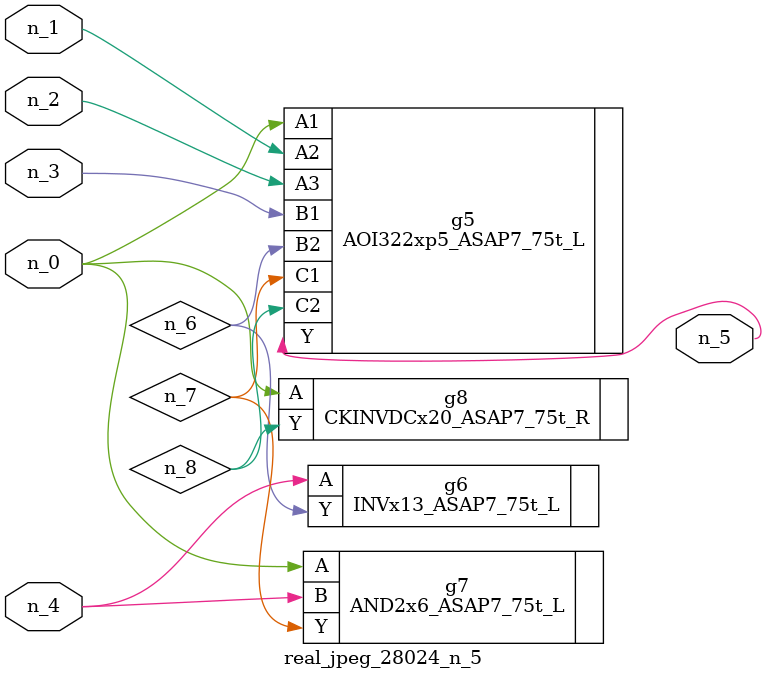
<source format=v>
module real_jpeg_28024_n_5 (n_4, n_0, n_1, n_2, n_3, n_5);

input n_4;
input n_0;
input n_1;
input n_2;
input n_3;

output n_5;

wire n_8;
wire n_6;
wire n_7;

AOI322xp5_ASAP7_75t_L g5 ( 
.A1(n_0),
.A2(n_1),
.A3(n_2),
.B1(n_3),
.B2(n_6),
.C1(n_7),
.C2(n_8),
.Y(n_5)
);

AND2x6_ASAP7_75t_L g7 ( 
.A(n_0),
.B(n_4),
.Y(n_7)
);

CKINVDCx20_ASAP7_75t_R g8 ( 
.A(n_0),
.Y(n_8)
);

INVx13_ASAP7_75t_L g6 ( 
.A(n_4),
.Y(n_6)
);


endmodule
</source>
